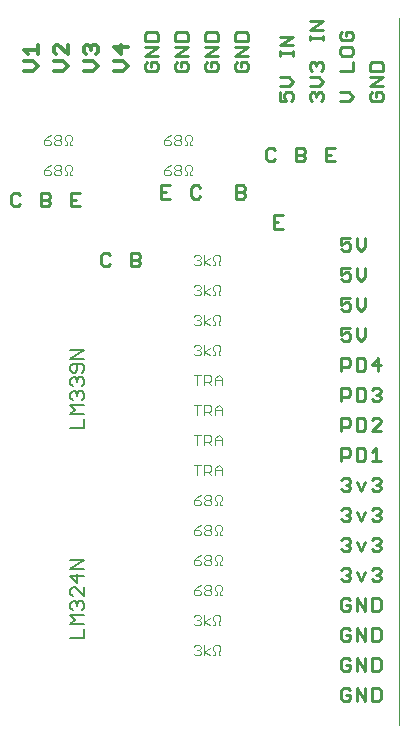
<source format=gto>
G75*
%MOIN*%
%OFA0B0*%
%FSLAX25Y25*%
%IPPOS*%
%LPD*%
%AMOC8*
5,1,8,0,0,1.08239X$1,22.5*
%
%ADD10C,0.00000*%
%ADD11C,0.01200*%
%ADD12C,0.01100*%
%ADD13C,0.00500*%
%ADD14C,0.00400*%
D10*
X0135700Y0001000D02*
X0135700Y0236900D01*
D11*
X0045400Y0227027D02*
X0040596Y0227027D01*
X0042998Y0224625D01*
X0042998Y0227827D01*
X0043799Y0222303D02*
X0040596Y0222303D01*
X0040596Y0219100D02*
X0043799Y0219100D01*
X0045400Y0220701D01*
X0043799Y0222303D01*
X0035400Y0220701D02*
X0033799Y0222303D01*
X0030596Y0222303D01*
X0031397Y0224625D02*
X0030596Y0225425D01*
X0030596Y0227027D01*
X0031397Y0227827D01*
X0032197Y0227827D01*
X0032998Y0227027D01*
X0033799Y0227827D01*
X0034599Y0227827D01*
X0035400Y0227027D01*
X0035400Y0225425D01*
X0034599Y0224625D01*
X0032998Y0226226D02*
X0032998Y0227027D01*
X0035400Y0220701D02*
X0033799Y0219100D01*
X0030596Y0219100D01*
X0025400Y0220701D02*
X0023799Y0222303D01*
X0020596Y0222303D01*
X0021397Y0224625D02*
X0020596Y0225425D01*
X0020596Y0227027D01*
X0021397Y0227827D01*
X0022197Y0227827D01*
X0025400Y0224625D01*
X0025400Y0227827D01*
X0025400Y0220701D02*
X0023799Y0219100D01*
X0020596Y0219100D01*
X0015400Y0220701D02*
X0013799Y0222303D01*
X0010596Y0222303D01*
X0012197Y0224625D02*
X0010596Y0226226D01*
X0015400Y0226226D01*
X0015400Y0224625D02*
X0015400Y0227827D01*
X0015400Y0220701D02*
X0013799Y0219100D01*
X0010596Y0219100D01*
D12*
X0008752Y0178454D02*
X0007284Y0178454D01*
X0006550Y0177720D01*
X0006550Y0174784D01*
X0007284Y0174050D01*
X0008752Y0174050D01*
X0009486Y0174784D01*
X0009486Y0177720D02*
X0008752Y0178454D01*
X0016550Y0178454D02*
X0016550Y0174050D01*
X0018752Y0174050D01*
X0019486Y0174784D01*
X0019486Y0175518D01*
X0018752Y0176252D01*
X0016550Y0176252D01*
X0016550Y0178454D02*
X0018752Y0178454D01*
X0019486Y0177720D01*
X0019486Y0176986D01*
X0018752Y0176252D01*
X0026550Y0176252D02*
X0028018Y0176252D01*
X0029486Y0178454D02*
X0026550Y0178454D01*
X0026550Y0174050D01*
X0029486Y0174050D01*
X0037284Y0158454D02*
X0036550Y0157720D01*
X0036550Y0154784D01*
X0037284Y0154050D01*
X0038752Y0154050D01*
X0039486Y0154784D01*
X0039486Y0157720D02*
X0038752Y0158454D01*
X0037284Y0158454D01*
X0046550Y0158454D02*
X0046550Y0154050D01*
X0048752Y0154050D01*
X0049486Y0154784D01*
X0049486Y0155518D01*
X0048752Y0156252D01*
X0046550Y0156252D01*
X0046550Y0158454D02*
X0048752Y0158454D01*
X0049486Y0157720D01*
X0049486Y0156986D01*
X0048752Y0156252D01*
X0056550Y0176550D02*
X0059486Y0176550D01*
X0058018Y0178752D02*
X0056550Y0178752D01*
X0056550Y0180954D02*
X0056550Y0176550D01*
X0056550Y0180954D02*
X0059486Y0180954D01*
X0066550Y0180220D02*
X0066550Y0177284D01*
X0067284Y0176550D01*
X0068752Y0176550D01*
X0069486Y0177284D01*
X0069486Y0180220D02*
X0068752Y0180954D01*
X0067284Y0180954D01*
X0066550Y0180220D01*
X0081550Y0180954D02*
X0081550Y0176550D01*
X0083752Y0176550D01*
X0084486Y0177284D01*
X0084486Y0178018D01*
X0083752Y0178752D01*
X0081550Y0178752D01*
X0081550Y0180954D02*
X0083752Y0180954D01*
X0084486Y0180220D01*
X0084486Y0179486D01*
X0083752Y0178752D01*
X0092284Y0189050D02*
X0091550Y0189784D01*
X0091550Y0192720D01*
X0092284Y0193454D01*
X0093752Y0193454D01*
X0094486Y0192720D01*
X0094486Y0189784D02*
X0093752Y0189050D01*
X0092284Y0189050D01*
X0101550Y0189050D02*
X0103752Y0189050D01*
X0104486Y0189784D01*
X0104486Y0190518D01*
X0103752Y0191252D01*
X0101550Y0191252D01*
X0101550Y0189050D02*
X0101550Y0193454D01*
X0103752Y0193454D01*
X0104486Y0192720D01*
X0104486Y0191986D01*
X0103752Y0191252D01*
X0111550Y0191252D02*
X0113018Y0191252D01*
X0114486Y0193454D02*
X0111550Y0193454D01*
X0111550Y0189050D01*
X0114486Y0189050D01*
X0116046Y0209050D02*
X0118982Y0209050D01*
X0120450Y0210518D01*
X0118982Y0211986D01*
X0116046Y0211986D01*
X0116046Y0219179D02*
X0120450Y0219179D01*
X0120450Y0222114D01*
X0119716Y0224243D02*
X0120450Y0224977D01*
X0120450Y0226445D01*
X0119716Y0227179D01*
X0116780Y0227179D01*
X0116046Y0226445D01*
X0116046Y0224977D01*
X0116780Y0224243D01*
X0119716Y0224243D01*
X0119716Y0229307D02*
X0116780Y0229307D01*
X0116046Y0230041D01*
X0116046Y0231509D01*
X0116780Y0232243D01*
X0118248Y0232243D02*
X0118248Y0230775D01*
X0118248Y0232243D02*
X0119716Y0232243D01*
X0120450Y0231509D01*
X0120450Y0230041D01*
X0119716Y0229307D01*
X0126780Y0222114D02*
X0126046Y0221381D01*
X0126046Y0219179D01*
X0130450Y0219179D01*
X0130450Y0221381D01*
X0129716Y0222114D01*
X0126780Y0222114D01*
X0126046Y0217050D02*
X0130450Y0217050D01*
X0126046Y0214114D01*
X0130450Y0214114D01*
X0129716Y0211986D02*
X0128248Y0211986D01*
X0128248Y0210518D01*
X0126780Y0211986D02*
X0126046Y0211252D01*
X0126046Y0209784D01*
X0126780Y0209050D01*
X0129716Y0209050D01*
X0130450Y0209784D01*
X0130450Y0211252D01*
X0129716Y0211986D01*
X0110450Y0211252D02*
X0110450Y0209784D01*
X0109716Y0209050D01*
X0108248Y0210518D02*
X0108248Y0211252D01*
X0108982Y0211986D01*
X0109716Y0211986D01*
X0110450Y0211252D01*
X0108982Y0214114D02*
X0110450Y0215582D01*
X0108982Y0217050D01*
X0106046Y0217050D01*
X0106780Y0219179D02*
X0106046Y0219913D01*
X0106046Y0221381D01*
X0106780Y0222114D01*
X0107514Y0222114D01*
X0108248Y0221381D01*
X0108982Y0222114D01*
X0109716Y0222114D01*
X0110450Y0221381D01*
X0110450Y0219913D01*
X0109716Y0219179D01*
X0108248Y0220647D02*
X0108248Y0221381D01*
X0108982Y0214114D02*
X0106046Y0214114D01*
X0106780Y0211986D02*
X0107514Y0211986D01*
X0108248Y0211252D01*
X0106780Y0211986D02*
X0106046Y0211252D01*
X0106046Y0209784D01*
X0106780Y0209050D01*
X0100450Y0209784D02*
X0099716Y0209050D01*
X0100450Y0209784D02*
X0100450Y0211252D01*
X0099716Y0211986D01*
X0098248Y0211986D01*
X0097514Y0211252D01*
X0097514Y0210518D01*
X0098248Y0209050D01*
X0096046Y0209050D01*
X0096046Y0211986D01*
X0096046Y0214114D02*
X0098982Y0214114D01*
X0100450Y0215582D01*
X0098982Y0217050D01*
X0096046Y0217050D01*
X0096046Y0224243D02*
X0096046Y0225711D01*
X0096046Y0224977D02*
X0100450Y0224977D01*
X0100450Y0224243D02*
X0100450Y0225711D01*
X0100450Y0227619D02*
X0096046Y0227619D01*
X0100450Y0230555D01*
X0096046Y0230555D01*
X0106046Y0230775D02*
X0106046Y0229307D01*
X0106046Y0230041D02*
X0110450Y0230041D01*
X0110450Y0229307D02*
X0110450Y0230775D01*
X0110450Y0232684D02*
X0106046Y0232684D01*
X0110450Y0235619D01*
X0106046Y0235619D01*
X0085450Y0231381D02*
X0085450Y0229179D01*
X0081046Y0229179D01*
X0081046Y0231381D01*
X0081780Y0232114D01*
X0084716Y0232114D01*
X0085450Y0231381D01*
X0085450Y0227050D02*
X0081046Y0227050D01*
X0081046Y0224114D02*
X0085450Y0227050D01*
X0085450Y0224114D02*
X0081046Y0224114D01*
X0081780Y0221986D02*
X0081046Y0221252D01*
X0081046Y0219784D01*
X0081780Y0219050D01*
X0084716Y0219050D01*
X0085450Y0219784D01*
X0085450Y0221252D01*
X0084716Y0221986D01*
X0083248Y0221986D01*
X0083248Y0220518D01*
X0075450Y0219784D02*
X0075450Y0221252D01*
X0074716Y0221986D01*
X0073248Y0221986D01*
X0073248Y0220518D01*
X0071780Y0221986D02*
X0071046Y0221252D01*
X0071046Y0219784D01*
X0071780Y0219050D01*
X0074716Y0219050D01*
X0075450Y0219784D01*
X0075450Y0224114D02*
X0071046Y0224114D01*
X0075450Y0227050D01*
X0071046Y0227050D01*
X0071046Y0229179D02*
X0071046Y0231381D01*
X0071780Y0232114D01*
X0074716Y0232114D01*
X0075450Y0231381D01*
X0075450Y0229179D01*
X0071046Y0229179D01*
X0065450Y0229179D02*
X0065450Y0231381D01*
X0064716Y0232114D01*
X0061780Y0232114D01*
X0061046Y0231381D01*
X0061046Y0229179D01*
X0065450Y0229179D01*
X0065450Y0227050D02*
X0061046Y0227050D01*
X0061046Y0224114D02*
X0065450Y0227050D01*
X0065450Y0224114D02*
X0061046Y0224114D01*
X0061780Y0221986D02*
X0061046Y0221252D01*
X0061046Y0219784D01*
X0061780Y0219050D01*
X0064716Y0219050D01*
X0065450Y0219784D01*
X0065450Y0221252D01*
X0064716Y0221986D01*
X0063248Y0221986D01*
X0063248Y0220518D01*
X0055450Y0219784D02*
X0055450Y0221252D01*
X0054716Y0221986D01*
X0053248Y0221986D01*
X0053248Y0220518D01*
X0051780Y0221986D02*
X0051046Y0221252D01*
X0051046Y0219784D01*
X0051780Y0219050D01*
X0054716Y0219050D01*
X0055450Y0219784D01*
X0055450Y0224114D02*
X0051046Y0224114D01*
X0055450Y0227050D01*
X0051046Y0227050D01*
X0051046Y0229179D02*
X0051046Y0231381D01*
X0051780Y0232114D01*
X0054716Y0232114D01*
X0055450Y0231381D01*
X0055450Y0229179D01*
X0051046Y0229179D01*
X0094050Y0170954D02*
X0094050Y0166550D01*
X0096986Y0166550D01*
X0095518Y0168752D02*
X0094050Y0168752D01*
X0094050Y0170954D02*
X0096986Y0170954D01*
X0116550Y0163454D02*
X0116550Y0161252D01*
X0118018Y0161986D01*
X0118752Y0161986D01*
X0119486Y0161252D01*
X0119486Y0159784D01*
X0118752Y0159050D01*
X0117284Y0159050D01*
X0116550Y0159784D01*
X0116550Y0163454D02*
X0119486Y0163454D01*
X0121614Y0163454D02*
X0121614Y0160518D01*
X0123082Y0159050D01*
X0124550Y0160518D01*
X0124550Y0163454D01*
X0124550Y0153454D02*
X0124550Y0150518D01*
X0123082Y0149050D01*
X0121614Y0150518D01*
X0121614Y0153454D01*
X0119486Y0153454D02*
X0116550Y0153454D01*
X0116550Y0151252D01*
X0118018Y0151986D01*
X0118752Y0151986D01*
X0119486Y0151252D01*
X0119486Y0149784D01*
X0118752Y0149050D01*
X0117284Y0149050D01*
X0116550Y0149784D01*
X0116550Y0143454D02*
X0116550Y0141252D01*
X0118018Y0141986D01*
X0118752Y0141986D01*
X0119486Y0141252D01*
X0119486Y0139784D01*
X0118752Y0139050D01*
X0117284Y0139050D01*
X0116550Y0139784D01*
X0116550Y0143454D02*
X0119486Y0143454D01*
X0121614Y0143454D02*
X0121614Y0140518D01*
X0123082Y0139050D01*
X0124550Y0140518D01*
X0124550Y0143454D01*
X0124550Y0133454D02*
X0124550Y0130518D01*
X0123082Y0129050D01*
X0121614Y0130518D01*
X0121614Y0133454D01*
X0119486Y0133454D02*
X0116550Y0133454D01*
X0116550Y0131252D01*
X0118018Y0131986D01*
X0118752Y0131986D01*
X0119486Y0131252D01*
X0119486Y0129784D01*
X0118752Y0129050D01*
X0117284Y0129050D01*
X0116550Y0129784D01*
X0116550Y0123454D02*
X0118752Y0123454D01*
X0119486Y0122720D01*
X0119486Y0121252D01*
X0118752Y0120518D01*
X0116550Y0120518D01*
X0116550Y0119050D02*
X0116550Y0123454D01*
X0121614Y0123454D02*
X0121614Y0119050D01*
X0123816Y0119050D01*
X0124550Y0119784D01*
X0124550Y0122720D01*
X0123816Y0123454D01*
X0121614Y0123454D01*
X0126679Y0121252D02*
X0129614Y0121252D01*
X0128881Y0119050D02*
X0128881Y0123454D01*
X0126679Y0121252D01*
X0127413Y0113454D02*
X0128881Y0113454D01*
X0129614Y0112720D01*
X0129614Y0111986D01*
X0128881Y0111252D01*
X0129614Y0110518D01*
X0129614Y0109784D01*
X0128881Y0109050D01*
X0127413Y0109050D01*
X0126679Y0109784D01*
X0128147Y0111252D02*
X0128881Y0111252D01*
X0126679Y0112720D02*
X0127413Y0113454D01*
X0124550Y0112720D02*
X0124550Y0109784D01*
X0123816Y0109050D01*
X0121614Y0109050D01*
X0121614Y0113454D01*
X0123816Y0113454D01*
X0124550Y0112720D01*
X0123816Y0103454D02*
X0121614Y0103454D01*
X0121614Y0099050D01*
X0123816Y0099050D01*
X0124550Y0099784D01*
X0124550Y0102720D01*
X0123816Y0103454D01*
X0126679Y0102720D02*
X0127413Y0103454D01*
X0128881Y0103454D01*
X0129614Y0102720D01*
X0129614Y0101986D01*
X0126679Y0099050D01*
X0129614Y0099050D01*
X0128147Y0093454D02*
X0126679Y0091986D01*
X0128147Y0093454D02*
X0128147Y0089050D01*
X0129614Y0089050D02*
X0126679Y0089050D01*
X0124550Y0089784D02*
X0124550Y0092720D01*
X0123816Y0093454D01*
X0121614Y0093454D01*
X0121614Y0089050D01*
X0123816Y0089050D01*
X0124550Y0089784D01*
X0127413Y0083454D02*
X0126679Y0082720D01*
X0127413Y0083454D02*
X0128881Y0083454D01*
X0129614Y0082720D01*
X0129614Y0081986D01*
X0128881Y0081252D01*
X0129614Y0080518D01*
X0129614Y0079784D01*
X0128881Y0079050D01*
X0127413Y0079050D01*
X0126679Y0079784D01*
X0128147Y0081252D02*
X0128881Y0081252D01*
X0124550Y0081986D02*
X0123082Y0079050D01*
X0121614Y0081986D01*
X0119486Y0081986D02*
X0118752Y0081252D01*
X0119486Y0080518D01*
X0119486Y0079784D01*
X0118752Y0079050D01*
X0117284Y0079050D01*
X0116550Y0079784D01*
X0118018Y0081252D02*
X0118752Y0081252D01*
X0119486Y0081986D02*
X0119486Y0082720D01*
X0118752Y0083454D01*
X0117284Y0083454D01*
X0116550Y0082720D01*
X0116550Y0089050D02*
X0116550Y0093454D01*
X0118752Y0093454D01*
X0119486Y0092720D01*
X0119486Y0091252D01*
X0118752Y0090518D01*
X0116550Y0090518D01*
X0116550Y0099050D02*
X0116550Y0103454D01*
X0118752Y0103454D01*
X0119486Y0102720D01*
X0119486Y0101252D01*
X0118752Y0100518D01*
X0116550Y0100518D01*
X0116550Y0109050D02*
X0116550Y0113454D01*
X0118752Y0113454D01*
X0119486Y0112720D01*
X0119486Y0111252D01*
X0118752Y0110518D01*
X0116550Y0110518D01*
X0117284Y0073454D02*
X0116550Y0072720D01*
X0117284Y0073454D02*
X0118752Y0073454D01*
X0119486Y0072720D01*
X0119486Y0071986D01*
X0118752Y0071252D01*
X0119486Y0070518D01*
X0119486Y0069784D01*
X0118752Y0069050D01*
X0117284Y0069050D01*
X0116550Y0069784D01*
X0118018Y0071252D02*
X0118752Y0071252D01*
X0121614Y0071986D02*
X0123082Y0069050D01*
X0124550Y0071986D01*
X0126679Y0072720D02*
X0127413Y0073454D01*
X0128881Y0073454D01*
X0129614Y0072720D01*
X0129614Y0071986D01*
X0128881Y0071252D01*
X0129614Y0070518D01*
X0129614Y0069784D01*
X0128881Y0069050D01*
X0127413Y0069050D01*
X0126679Y0069784D01*
X0128147Y0071252D02*
X0128881Y0071252D01*
X0128881Y0063454D02*
X0127413Y0063454D01*
X0126679Y0062720D01*
X0128147Y0061252D02*
X0128881Y0061252D01*
X0129614Y0060518D01*
X0129614Y0059784D01*
X0128881Y0059050D01*
X0127413Y0059050D01*
X0126679Y0059784D01*
X0124550Y0061986D02*
X0123082Y0059050D01*
X0121614Y0061986D01*
X0119486Y0061986D02*
X0118752Y0061252D01*
X0119486Y0060518D01*
X0119486Y0059784D01*
X0118752Y0059050D01*
X0117284Y0059050D01*
X0116550Y0059784D01*
X0118018Y0061252D02*
X0118752Y0061252D01*
X0119486Y0061986D02*
X0119486Y0062720D01*
X0118752Y0063454D01*
X0117284Y0063454D01*
X0116550Y0062720D01*
X0117284Y0053454D02*
X0118752Y0053454D01*
X0119486Y0052720D01*
X0119486Y0051986D01*
X0118752Y0051252D01*
X0119486Y0050518D01*
X0119486Y0049784D01*
X0118752Y0049050D01*
X0117284Y0049050D01*
X0116550Y0049784D01*
X0118018Y0051252D02*
X0118752Y0051252D01*
X0116550Y0052720D02*
X0117284Y0053454D01*
X0121614Y0051986D02*
X0123082Y0049050D01*
X0124550Y0051986D01*
X0126679Y0052720D02*
X0127413Y0053454D01*
X0128881Y0053454D01*
X0129614Y0052720D01*
X0129614Y0051986D01*
X0128881Y0051252D01*
X0129614Y0050518D01*
X0129614Y0049784D01*
X0128881Y0049050D01*
X0127413Y0049050D01*
X0126679Y0049784D01*
X0128147Y0051252D02*
X0128881Y0051252D01*
X0128881Y0043454D02*
X0126679Y0043454D01*
X0126679Y0039050D01*
X0128881Y0039050D01*
X0129614Y0039784D01*
X0129614Y0042720D01*
X0128881Y0043454D01*
X0124550Y0043454D02*
X0124550Y0039050D01*
X0121614Y0043454D01*
X0121614Y0039050D01*
X0119486Y0039784D02*
X0119486Y0041252D01*
X0118018Y0041252D01*
X0119486Y0042720D02*
X0118752Y0043454D01*
X0117284Y0043454D01*
X0116550Y0042720D01*
X0116550Y0039784D01*
X0117284Y0039050D01*
X0118752Y0039050D01*
X0119486Y0039784D01*
X0118752Y0033454D02*
X0117284Y0033454D01*
X0116550Y0032720D01*
X0116550Y0029784D01*
X0117284Y0029050D01*
X0118752Y0029050D01*
X0119486Y0029784D01*
X0119486Y0031252D01*
X0118018Y0031252D01*
X0119486Y0032720D02*
X0118752Y0033454D01*
X0121614Y0033454D02*
X0121614Y0029050D01*
X0124550Y0029050D02*
X0121614Y0033454D01*
X0124550Y0033454D02*
X0124550Y0029050D01*
X0126679Y0029050D02*
X0126679Y0033454D01*
X0128881Y0033454D01*
X0129614Y0032720D01*
X0129614Y0029784D01*
X0128881Y0029050D01*
X0126679Y0029050D01*
X0126679Y0023454D02*
X0128881Y0023454D01*
X0129614Y0022720D01*
X0129614Y0019784D01*
X0128881Y0019050D01*
X0126679Y0019050D01*
X0126679Y0023454D01*
X0124550Y0023454D02*
X0124550Y0019050D01*
X0121614Y0023454D01*
X0121614Y0019050D01*
X0119486Y0019784D02*
X0118752Y0019050D01*
X0117284Y0019050D01*
X0116550Y0019784D01*
X0116550Y0022720D01*
X0117284Y0023454D01*
X0118752Y0023454D01*
X0119486Y0022720D01*
X0119486Y0021252D02*
X0118018Y0021252D01*
X0119486Y0021252D02*
X0119486Y0019784D01*
X0118752Y0013454D02*
X0117284Y0013454D01*
X0116550Y0012720D01*
X0116550Y0009784D01*
X0117284Y0009050D01*
X0118752Y0009050D01*
X0119486Y0009784D01*
X0119486Y0011252D01*
X0118018Y0011252D01*
X0119486Y0012720D02*
X0118752Y0013454D01*
X0121614Y0013454D02*
X0121614Y0009050D01*
X0124550Y0009050D02*
X0121614Y0013454D01*
X0124550Y0013454D02*
X0124550Y0009050D01*
X0126679Y0009050D02*
X0128881Y0009050D01*
X0129614Y0009784D01*
X0129614Y0012720D01*
X0128881Y0013454D01*
X0126679Y0013454D01*
X0126679Y0009050D01*
X0128881Y0061252D02*
X0129614Y0061986D01*
X0129614Y0062720D01*
X0128881Y0063454D01*
D13*
X0030750Y0030126D02*
X0026246Y0030126D01*
X0026246Y0034730D02*
X0027747Y0036232D01*
X0026246Y0037733D01*
X0030750Y0037733D01*
X0029999Y0039334D02*
X0030750Y0040085D01*
X0030750Y0041586D01*
X0029999Y0042337D01*
X0029249Y0042337D01*
X0028498Y0041586D01*
X0028498Y0040836D01*
X0028498Y0041586D02*
X0027747Y0042337D01*
X0026997Y0042337D01*
X0026246Y0041586D01*
X0026246Y0040085D01*
X0026997Y0039334D01*
X0026997Y0043938D02*
X0026246Y0044689D01*
X0026246Y0046190D01*
X0026997Y0046941D01*
X0027747Y0046941D01*
X0030750Y0043938D01*
X0030750Y0046941D01*
X0028498Y0048542D02*
X0028498Y0051545D01*
X0026246Y0050794D02*
X0028498Y0048542D01*
X0030750Y0050794D02*
X0026246Y0050794D01*
X0026246Y0053146D02*
X0030750Y0056149D01*
X0026246Y0056149D01*
X0026246Y0053146D02*
X0030750Y0053146D01*
X0030750Y0034730D02*
X0026246Y0034730D01*
X0030750Y0033129D02*
X0030750Y0030126D01*
X0030750Y0100126D02*
X0026246Y0100126D01*
X0026246Y0104730D02*
X0027747Y0106232D01*
X0026246Y0107733D01*
X0030750Y0107733D01*
X0029999Y0109334D02*
X0030750Y0110085D01*
X0030750Y0111586D01*
X0029999Y0112337D01*
X0029249Y0112337D01*
X0028498Y0111586D01*
X0028498Y0110836D01*
X0028498Y0111586D02*
X0027747Y0112337D01*
X0026997Y0112337D01*
X0026246Y0111586D01*
X0026246Y0110085D01*
X0026997Y0109334D01*
X0026997Y0113938D02*
X0026246Y0114689D01*
X0026246Y0116190D01*
X0026997Y0116941D01*
X0027747Y0116941D01*
X0028498Y0116190D01*
X0029249Y0116941D01*
X0029999Y0116941D01*
X0030750Y0116190D01*
X0030750Y0114689D01*
X0029999Y0113938D01*
X0028498Y0115439D02*
X0028498Y0116190D01*
X0027747Y0118542D02*
X0028498Y0119293D01*
X0028498Y0121545D01*
X0026997Y0121545D02*
X0026246Y0120794D01*
X0026246Y0119293D01*
X0026997Y0118542D01*
X0027747Y0118542D01*
X0026997Y0121545D02*
X0029999Y0121545D01*
X0030750Y0120794D01*
X0030750Y0119293D01*
X0029999Y0118542D01*
X0030750Y0123146D02*
X0026246Y0123146D01*
X0030750Y0126149D01*
X0026246Y0126149D01*
X0026246Y0104730D02*
X0030750Y0104730D01*
X0030750Y0103129D02*
X0030750Y0100126D01*
D14*
X0067300Y0097803D02*
X0069635Y0097803D01*
X0068468Y0097803D02*
X0068468Y0094300D01*
X0070891Y0094300D02*
X0070891Y0097803D01*
X0072643Y0097803D01*
X0073226Y0097219D01*
X0073226Y0096051D01*
X0072643Y0095468D01*
X0070891Y0095468D01*
X0072059Y0095468D02*
X0073226Y0094300D01*
X0074482Y0094300D02*
X0074482Y0096635D01*
X0075650Y0097803D01*
X0076817Y0096635D01*
X0076817Y0094300D01*
X0076817Y0096051D02*
X0074482Y0096051D01*
X0074482Y0104300D02*
X0074482Y0106635D01*
X0075650Y0107803D01*
X0076817Y0106635D01*
X0076817Y0104300D01*
X0076817Y0106051D02*
X0074482Y0106051D01*
X0073226Y0106051D02*
X0072643Y0105468D01*
X0070891Y0105468D01*
X0072059Y0105468D02*
X0073226Y0104300D01*
X0073226Y0106051D02*
X0073226Y0107219D01*
X0072643Y0107803D01*
X0070891Y0107803D01*
X0070891Y0104300D01*
X0069635Y0107803D02*
X0067300Y0107803D01*
X0068468Y0107803D02*
X0068468Y0104300D01*
X0068468Y0114300D02*
X0068468Y0117803D01*
X0069635Y0117803D02*
X0067300Y0117803D01*
X0067884Y0124300D02*
X0067300Y0124884D01*
X0067884Y0124300D02*
X0069051Y0124300D01*
X0069635Y0124884D01*
X0069635Y0125468D01*
X0069051Y0126051D01*
X0068468Y0126051D01*
X0069051Y0126051D02*
X0069635Y0126635D01*
X0069635Y0127219D01*
X0069051Y0127803D01*
X0067884Y0127803D01*
X0067300Y0127219D01*
X0067884Y0134300D02*
X0067300Y0134884D01*
X0067884Y0134300D02*
X0069051Y0134300D01*
X0069635Y0134884D01*
X0069635Y0135468D01*
X0069051Y0136051D01*
X0068468Y0136051D01*
X0069051Y0136051D02*
X0069635Y0136635D01*
X0069635Y0137219D01*
X0069051Y0137803D01*
X0067884Y0137803D01*
X0067300Y0137219D01*
X0070891Y0137803D02*
X0070891Y0134300D01*
X0070891Y0135468D02*
X0072643Y0136635D01*
X0073884Y0136051D02*
X0073884Y0137219D01*
X0074467Y0137803D01*
X0075635Y0137803D01*
X0076219Y0137219D01*
X0076219Y0136051D01*
X0075635Y0135468D01*
X0075635Y0134300D01*
X0076219Y0134300D01*
X0074467Y0134300D02*
X0074467Y0135468D01*
X0073884Y0136051D01*
X0073884Y0134300D02*
X0074467Y0134300D01*
X0072643Y0134300D02*
X0070891Y0135468D01*
X0070891Y0127803D02*
X0070891Y0124300D01*
X0070891Y0125468D02*
X0072643Y0126635D01*
X0073884Y0126051D02*
X0073884Y0127219D01*
X0074467Y0127803D01*
X0075635Y0127803D01*
X0076219Y0127219D01*
X0076219Y0126051D01*
X0075635Y0125468D01*
X0075635Y0124300D01*
X0076219Y0124300D01*
X0074467Y0124300D02*
X0074467Y0125468D01*
X0073884Y0126051D01*
X0073884Y0124300D02*
X0074467Y0124300D01*
X0072643Y0124300D02*
X0070891Y0125468D01*
X0070891Y0117803D02*
X0072643Y0117803D01*
X0073226Y0117219D01*
X0073226Y0116051D01*
X0072643Y0115468D01*
X0070891Y0115468D01*
X0072059Y0115468D02*
X0073226Y0114300D01*
X0074482Y0114300D02*
X0074482Y0116635D01*
X0075650Y0117803D01*
X0076817Y0116635D01*
X0076817Y0114300D01*
X0076817Y0116051D02*
X0074482Y0116051D01*
X0070891Y0114300D02*
X0070891Y0117803D01*
X0070891Y0144300D02*
X0070891Y0147803D01*
X0069635Y0147219D02*
X0069635Y0146635D01*
X0069051Y0146051D01*
X0069635Y0145468D01*
X0069635Y0144884D01*
X0069051Y0144300D01*
X0067884Y0144300D01*
X0067300Y0144884D01*
X0068468Y0146051D02*
X0069051Y0146051D01*
X0069635Y0147219D02*
X0069051Y0147803D01*
X0067884Y0147803D01*
X0067300Y0147219D01*
X0070891Y0145468D02*
X0072643Y0146635D01*
X0073884Y0146051D02*
X0073884Y0147219D01*
X0074467Y0147803D01*
X0075635Y0147803D01*
X0076219Y0147219D01*
X0076219Y0146051D01*
X0075635Y0145468D01*
X0075635Y0144300D01*
X0076219Y0144300D01*
X0074467Y0144300D02*
X0074467Y0145468D01*
X0073884Y0146051D01*
X0073884Y0144300D02*
X0074467Y0144300D01*
X0072643Y0144300D02*
X0070891Y0145468D01*
X0070891Y0154300D02*
X0070891Y0157803D01*
X0069635Y0157219D02*
X0069635Y0156635D01*
X0069051Y0156051D01*
X0069635Y0155468D01*
X0069635Y0154884D01*
X0069051Y0154300D01*
X0067884Y0154300D01*
X0067300Y0154884D01*
X0068468Y0156051D02*
X0069051Y0156051D01*
X0069635Y0157219D02*
X0069051Y0157803D01*
X0067884Y0157803D01*
X0067300Y0157219D01*
X0070891Y0155468D02*
X0072643Y0156635D01*
X0073884Y0156051D02*
X0074467Y0155468D01*
X0074467Y0154300D01*
X0073884Y0154300D01*
X0072643Y0154300D02*
X0070891Y0155468D01*
X0073884Y0156051D02*
X0073884Y0157219D01*
X0074467Y0157803D01*
X0075635Y0157803D01*
X0076219Y0157219D01*
X0076219Y0156051D01*
X0075635Y0155468D01*
X0075635Y0154300D01*
X0076219Y0154300D01*
X0066817Y0184300D02*
X0066234Y0184300D01*
X0066234Y0185468D01*
X0066817Y0186051D01*
X0066817Y0187219D01*
X0066234Y0187803D01*
X0065066Y0187803D01*
X0064482Y0187219D01*
X0064482Y0186051D01*
X0065066Y0185468D01*
X0065066Y0184300D01*
X0064482Y0184300D01*
X0063226Y0184884D02*
X0062643Y0184300D01*
X0061475Y0184300D01*
X0060891Y0184884D01*
X0060891Y0185468D01*
X0061475Y0186051D01*
X0062643Y0186051D01*
X0063226Y0185468D01*
X0063226Y0184884D01*
X0062643Y0186051D02*
X0063226Y0186635D01*
X0063226Y0187219D01*
X0062643Y0187803D01*
X0061475Y0187803D01*
X0060891Y0187219D01*
X0060891Y0186635D01*
X0061475Y0186051D01*
X0059635Y0185468D02*
X0059051Y0186051D01*
X0057300Y0186051D01*
X0057300Y0184884D01*
X0057884Y0184300D01*
X0059051Y0184300D01*
X0059635Y0184884D01*
X0059635Y0185468D01*
X0058468Y0187219D02*
X0059635Y0187803D01*
X0058468Y0187219D02*
X0057300Y0186051D01*
X0057884Y0194300D02*
X0059051Y0194300D01*
X0059635Y0194884D01*
X0059635Y0195468D01*
X0059051Y0196051D01*
X0057300Y0196051D01*
X0057300Y0194884D01*
X0057884Y0194300D01*
X0057300Y0196051D02*
X0058468Y0197219D01*
X0059635Y0197803D01*
X0060891Y0197219D02*
X0060891Y0196635D01*
X0061475Y0196051D01*
X0062643Y0196051D01*
X0063226Y0195468D01*
X0063226Y0194884D01*
X0062643Y0194300D01*
X0061475Y0194300D01*
X0060891Y0194884D01*
X0060891Y0195468D01*
X0061475Y0196051D01*
X0062643Y0196051D02*
X0063226Y0196635D01*
X0063226Y0197219D01*
X0062643Y0197803D01*
X0061475Y0197803D01*
X0060891Y0197219D01*
X0064482Y0197219D02*
X0064482Y0196051D01*
X0065066Y0195468D01*
X0065066Y0194300D01*
X0064482Y0194300D01*
X0066234Y0194300D02*
X0066234Y0195468D01*
X0066817Y0196051D01*
X0066817Y0197219D01*
X0066234Y0197803D01*
X0065066Y0197803D01*
X0064482Y0197219D01*
X0066234Y0194300D02*
X0066817Y0194300D01*
X0026817Y0194300D02*
X0026234Y0194300D01*
X0026234Y0195468D01*
X0026817Y0196051D01*
X0026817Y0197219D01*
X0026234Y0197803D01*
X0025066Y0197803D01*
X0024482Y0197219D01*
X0024482Y0196051D01*
X0025066Y0195468D01*
X0025066Y0194300D01*
X0024482Y0194300D01*
X0023226Y0194884D02*
X0022643Y0194300D01*
X0021475Y0194300D01*
X0020891Y0194884D01*
X0020891Y0195468D01*
X0021475Y0196051D01*
X0022643Y0196051D01*
X0023226Y0195468D01*
X0023226Y0194884D01*
X0022643Y0196051D02*
X0023226Y0196635D01*
X0023226Y0197219D01*
X0022643Y0197803D01*
X0021475Y0197803D01*
X0020891Y0197219D01*
X0020891Y0196635D01*
X0021475Y0196051D01*
X0019635Y0195468D02*
X0019051Y0196051D01*
X0017300Y0196051D01*
X0017300Y0194884D01*
X0017884Y0194300D01*
X0019051Y0194300D01*
X0019635Y0194884D01*
X0019635Y0195468D01*
X0018468Y0197219D02*
X0017300Y0196051D01*
X0018468Y0197219D02*
X0019635Y0197803D01*
X0019635Y0187803D02*
X0018468Y0187219D01*
X0017300Y0186051D01*
X0019051Y0186051D01*
X0019635Y0185468D01*
X0019635Y0184884D01*
X0019051Y0184300D01*
X0017884Y0184300D01*
X0017300Y0184884D01*
X0017300Y0186051D01*
X0020891Y0185468D02*
X0021475Y0186051D01*
X0022643Y0186051D01*
X0023226Y0185468D01*
X0023226Y0184884D01*
X0022643Y0184300D01*
X0021475Y0184300D01*
X0020891Y0184884D01*
X0020891Y0185468D01*
X0021475Y0186051D02*
X0020891Y0186635D01*
X0020891Y0187219D01*
X0021475Y0187803D01*
X0022643Y0187803D01*
X0023226Y0187219D01*
X0023226Y0186635D01*
X0022643Y0186051D01*
X0024482Y0186051D02*
X0024482Y0187219D01*
X0025066Y0187803D01*
X0026234Y0187803D01*
X0026817Y0187219D01*
X0026817Y0186051D01*
X0026234Y0185468D01*
X0026234Y0184300D01*
X0026817Y0184300D01*
X0025066Y0184300D02*
X0025066Y0185468D01*
X0024482Y0186051D01*
X0024482Y0184300D02*
X0025066Y0184300D01*
X0067300Y0087803D02*
X0069635Y0087803D01*
X0068468Y0087803D02*
X0068468Y0084300D01*
X0070891Y0084300D02*
X0070891Y0087803D01*
X0072643Y0087803D01*
X0073226Y0087219D01*
X0073226Y0086051D01*
X0072643Y0085468D01*
X0070891Y0085468D01*
X0072059Y0085468D02*
X0073226Y0084300D01*
X0074482Y0084300D02*
X0074482Y0086635D01*
X0075650Y0087803D01*
X0076817Y0086635D01*
X0076817Y0084300D01*
X0076817Y0086051D02*
X0074482Y0086051D01*
X0075066Y0077803D02*
X0074482Y0077219D01*
X0074482Y0076051D01*
X0075066Y0075468D01*
X0075066Y0074300D01*
X0074482Y0074300D01*
X0073226Y0074884D02*
X0072643Y0074300D01*
X0071475Y0074300D01*
X0070891Y0074884D01*
X0070891Y0075468D01*
X0071475Y0076051D01*
X0072643Y0076051D01*
X0073226Y0075468D01*
X0073226Y0074884D01*
X0072643Y0076051D02*
X0073226Y0076635D01*
X0073226Y0077219D01*
X0072643Y0077803D01*
X0071475Y0077803D01*
X0070891Y0077219D01*
X0070891Y0076635D01*
X0071475Y0076051D01*
X0069635Y0075468D02*
X0069051Y0076051D01*
X0067300Y0076051D01*
X0067300Y0074884D01*
X0067884Y0074300D01*
X0069051Y0074300D01*
X0069635Y0074884D01*
X0069635Y0075468D01*
X0068468Y0077219D02*
X0067300Y0076051D01*
X0068468Y0077219D02*
X0069635Y0077803D01*
X0075066Y0077803D02*
X0076234Y0077803D01*
X0076817Y0077219D01*
X0076817Y0076051D01*
X0076234Y0075468D01*
X0076234Y0074300D01*
X0076817Y0074300D01*
X0076234Y0067803D02*
X0075066Y0067803D01*
X0074482Y0067219D01*
X0074482Y0066051D01*
X0075066Y0065468D01*
X0075066Y0064300D01*
X0074482Y0064300D01*
X0073226Y0064884D02*
X0072643Y0064300D01*
X0071475Y0064300D01*
X0070891Y0064884D01*
X0070891Y0065468D01*
X0071475Y0066051D01*
X0072643Y0066051D01*
X0073226Y0065468D01*
X0073226Y0064884D01*
X0072643Y0066051D02*
X0073226Y0066635D01*
X0073226Y0067219D01*
X0072643Y0067803D01*
X0071475Y0067803D01*
X0070891Y0067219D01*
X0070891Y0066635D01*
X0071475Y0066051D01*
X0069635Y0065468D02*
X0069051Y0066051D01*
X0067300Y0066051D01*
X0067300Y0064884D01*
X0067884Y0064300D01*
X0069051Y0064300D01*
X0069635Y0064884D01*
X0069635Y0065468D01*
X0068468Y0067219D02*
X0067300Y0066051D01*
X0068468Y0067219D02*
X0069635Y0067803D01*
X0069635Y0057803D02*
X0068468Y0057219D01*
X0067300Y0056051D01*
X0069051Y0056051D01*
X0069635Y0055468D01*
X0069635Y0054884D01*
X0069051Y0054300D01*
X0067884Y0054300D01*
X0067300Y0054884D01*
X0067300Y0056051D01*
X0070891Y0055468D02*
X0070891Y0054884D01*
X0071475Y0054300D01*
X0072643Y0054300D01*
X0073226Y0054884D01*
X0073226Y0055468D01*
X0072643Y0056051D01*
X0071475Y0056051D01*
X0070891Y0056635D01*
X0070891Y0057219D01*
X0071475Y0057803D01*
X0072643Y0057803D01*
X0073226Y0057219D01*
X0073226Y0056635D01*
X0072643Y0056051D01*
X0071475Y0056051D02*
X0070891Y0055468D01*
X0074482Y0056051D02*
X0074482Y0057219D01*
X0075066Y0057803D01*
X0076234Y0057803D01*
X0076817Y0057219D01*
X0076817Y0056051D01*
X0076234Y0055468D01*
X0076234Y0054300D01*
X0076817Y0054300D01*
X0075066Y0054300D02*
X0075066Y0055468D01*
X0074482Y0056051D01*
X0074482Y0054300D02*
X0075066Y0054300D01*
X0075066Y0047803D02*
X0074482Y0047219D01*
X0074482Y0046051D01*
X0075066Y0045468D01*
X0075066Y0044300D01*
X0074482Y0044300D01*
X0073226Y0044884D02*
X0072643Y0044300D01*
X0071475Y0044300D01*
X0070891Y0044884D01*
X0070891Y0045468D01*
X0071475Y0046051D01*
X0072643Y0046051D01*
X0073226Y0045468D01*
X0073226Y0044884D01*
X0072643Y0046051D02*
X0073226Y0046635D01*
X0073226Y0047219D01*
X0072643Y0047803D01*
X0071475Y0047803D01*
X0070891Y0047219D01*
X0070891Y0046635D01*
X0071475Y0046051D01*
X0069635Y0045468D02*
X0069051Y0046051D01*
X0067300Y0046051D01*
X0067300Y0044884D01*
X0067884Y0044300D01*
X0069051Y0044300D01*
X0069635Y0044884D01*
X0069635Y0045468D01*
X0068468Y0047219D02*
X0067300Y0046051D01*
X0068468Y0047219D02*
X0069635Y0047803D01*
X0075066Y0047803D02*
X0076234Y0047803D01*
X0076817Y0047219D01*
X0076817Y0046051D01*
X0076234Y0045468D01*
X0076234Y0044300D01*
X0076817Y0044300D01*
X0075635Y0037803D02*
X0074467Y0037803D01*
X0073884Y0037219D01*
X0073884Y0036051D01*
X0074467Y0035468D01*
X0074467Y0034300D01*
X0073884Y0034300D01*
X0072643Y0034300D02*
X0070891Y0035468D01*
X0072643Y0036635D01*
X0070891Y0037803D02*
X0070891Y0034300D01*
X0069635Y0034884D02*
X0069051Y0034300D01*
X0067884Y0034300D01*
X0067300Y0034884D01*
X0068468Y0036051D02*
X0069051Y0036051D01*
X0069635Y0035468D01*
X0069635Y0034884D01*
X0069051Y0036051D02*
X0069635Y0036635D01*
X0069635Y0037219D01*
X0069051Y0037803D01*
X0067884Y0037803D01*
X0067300Y0037219D01*
X0067884Y0027803D02*
X0067300Y0027219D01*
X0067884Y0027803D02*
X0069051Y0027803D01*
X0069635Y0027219D01*
X0069635Y0026635D01*
X0069051Y0026051D01*
X0069635Y0025468D01*
X0069635Y0024884D01*
X0069051Y0024300D01*
X0067884Y0024300D01*
X0067300Y0024884D01*
X0068468Y0026051D02*
X0069051Y0026051D01*
X0070891Y0025468D02*
X0072643Y0026635D01*
X0073884Y0026051D02*
X0073884Y0027219D01*
X0074467Y0027803D01*
X0075635Y0027803D01*
X0076219Y0027219D01*
X0076219Y0026051D01*
X0075635Y0025468D01*
X0075635Y0024300D01*
X0076219Y0024300D01*
X0074467Y0024300D02*
X0074467Y0025468D01*
X0073884Y0026051D01*
X0073884Y0024300D02*
X0074467Y0024300D01*
X0072643Y0024300D02*
X0070891Y0025468D01*
X0070891Y0024300D02*
X0070891Y0027803D01*
X0075635Y0034300D02*
X0076219Y0034300D01*
X0075635Y0034300D02*
X0075635Y0035468D01*
X0076219Y0036051D01*
X0076219Y0037219D01*
X0075635Y0037803D01*
X0076234Y0064300D02*
X0076817Y0064300D01*
X0076234Y0064300D02*
X0076234Y0065468D01*
X0076817Y0066051D01*
X0076817Y0067219D01*
X0076234Y0067803D01*
M02*

</source>
